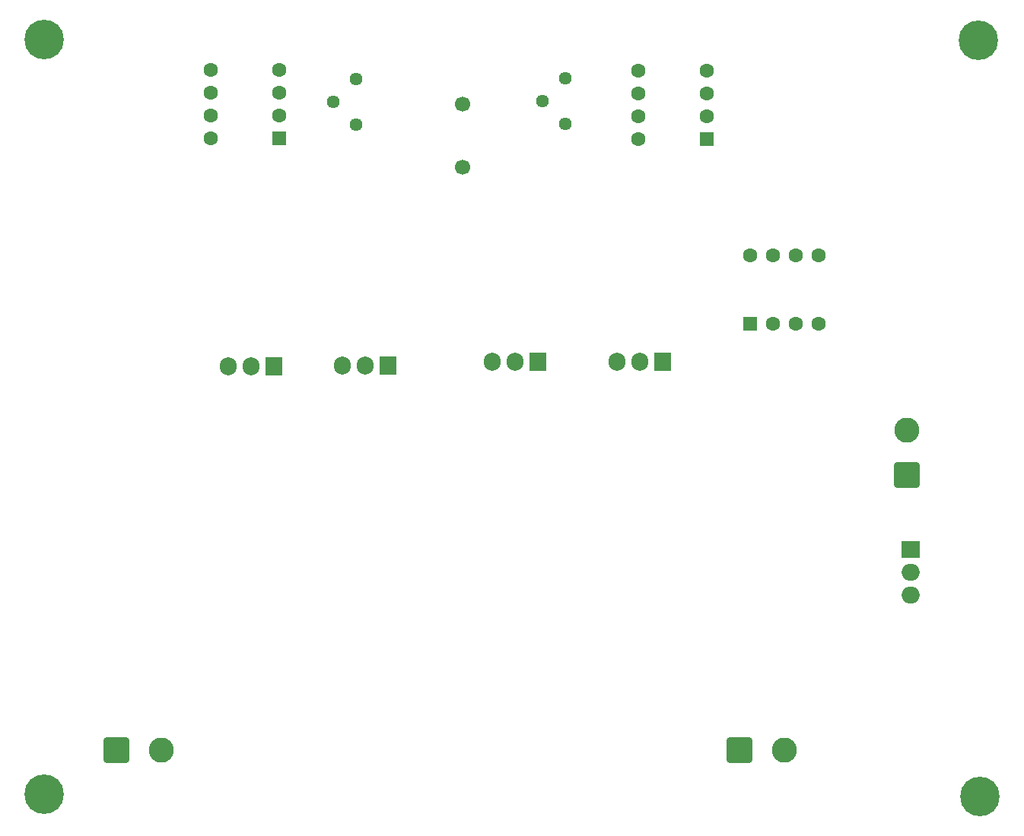
<source format=gbr>
%TF.GenerationSoftware,KiCad,Pcbnew,9.0.4*%
%TF.CreationDate,2025-09-07T12:41:53+05:30*%
%TF.ProjectId,STEREO  CLASS D AMP,53544552-454f-4202-9043-4c4153532044,rev?*%
%TF.SameCoordinates,Original*%
%TF.FileFunction,Soldermask,Bot*%
%TF.FilePolarity,Negative*%
%FSLAX46Y46*%
G04 Gerber Fmt 4.6, Leading zero omitted, Abs format (unit mm)*
G04 Created by KiCad (PCBNEW 9.0.4) date 2025-09-07 12:41:53*
%MOMM*%
%LPD*%
G01*
G04 APERTURE LIST*
G04 Aperture macros list*
%AMRoundRect*
0 Rectangle with rounded corners*
0 $1 Rounding radius*
0 $2 $3 $4 $5 $6 $7 $8 $9 X,Y pos of 4 corners*
0 Add a 4 corners polygon primitive as box body*
4,1,4,$2,$3,$4,$5,$6,$7,$8,$9,$2,$3,0*
0 Add four circle primitives for the rounded corners*
1,1,$1+$1,$2,$3*
1,1,$1+$1,$4,$5*
1,1,$1+$1,$6,$7*
1,1,$1+$1,$8,$9*
0 Add four rect primitives between the rounded corners*
20,1,$1+$1,$2,$3,$4,$5,0*
20,1,$1+$1,$4,$5,$6,$7,0*
20,1,$1+$1,$6,$7,$8,$9,0*
20,1,$1+$1,$8,$9,$2,$3,0*%
G04 Aperture macros list end*
%ADD10C,0.700000*%
%ADD11C,4.400000*%
%ADD12R,1.905000X2.000000*%
%ADD13O,1.905000X2.000000*%
%ADD14RoundRect,0.250001X-1.149999X-1.149999X1.149999X-1.149999X1.149999X1.149999X-1.149999X1.149999X0*%
%ADD15C,2.800000*%
%ADD16C,1.440000*%
%ADD17C,1.700000*%
%ADD18RoundRect,0.250000X0.550000X0.550000X-0.550000X0.550000X-0.550000X-0.550000X0.550000X-0.550000X0*%
%ADD19C,1.600000*%
%ADD20RoundRect,0.250001X1.149999X-1.149999X1.149999X1.149999X-1.149999X1.149999X-1.149999X-1.149999X0*%
%ADD21RoundRect,0.250000X0.550000X-0.550000X0.550000X0.550000X-0.550000X0.550000X-0.550000X-0.550000X0*%
%ADD22R,2.000000X1.905000*%
%ADD23O,2.000000X1.905000*%
G04 APERTURE END LIST*
D10*
%TO.C,REF\u002A\u002A*%
X190426726Y-141806726D03*
X190910000Y-140640000D03*
X190910000Y-142973452D03*
X192076726Y-140156726D03*
D11*
X192076726Y-141806726D03*
D10*
X192076726Y-143456726D03*
X193243452Y-140640000D03*
X193243452Y-142973452D03*
X193726726Y-141806726D03*
%TD*%
%TO.C,REF\u002A\u002A*%
X193550560Y-57543169D03*
X193067286Y-58709895D03*
X193067286Y-56376443D03*
X191900560Y-59193169D03*
D11*
X191900560Y-57543169D03*
D10*
X191900560Y-55893169D03*
X190733834Y-58709895D03*
X190733834Y-56376443D03*
X190250560Y-57543169D03*
%TD*%
%TO.C,REF\u002A\u002A*%
X89591736Y-141570000D03*
X89108462Y-142736726D03*
X89108462Y-140403274D03*
X87941736Y-143220000D03*
D11*
X87941736Y-141570000D03*
D10*
X87941736Y-139920000D03*
X86775010Y-142736726D03*
X86775010Y-140403274D03*
X86291736Y-141570000D03*
%TD*%
%TO.C,REF\u002A\u002A*%
X89561736Y-57521736D03*
X89078462Y-58688462D03*
X89078462Y-56355010D03*
X87911736Y-59171736D03*
D11*
X87911736Y-57521736D03*
D10*
X87911736Y-55871736D03*
X86745010Y-58688462D03*
X86745010Y-56355010D03*
X86261736Y-57521736D03*
%TD*%
D12*
%TO.C,Q4*%
X126211250Y-93800000D03*
D13*
X123671250Y-93800000D03*
X121131250Y-93800000D03*
%TD*%
D14*
%TO.C,J2*%
X165271250Y-136630000D03*
D15*
X170271250Y-136630000D03*
%TD*%
D12*
%TO.C,Q2*%
X142851250Y-93380000D03*
D13*
X140311250Y-93380000D03*
X137771250Y-93380000D03*
%TD*%
D14*
%TO.C,J3*%
X95911250Y-136667500D03*
D15*
X100911250Y-136667500D03*
%TD*%
D12*
%TO.C,Q3*%
X113501250Y-93890000D03*
D13*
X110961250Y-93890000D03*
X108421250Y-93890000D03*
%TD*%
D16*
%TO.C,RV1*%
X145941250Y-61830000D03*
X143401250Y-64370000D03*
X145941250Y-66910000D03*
%TD*%
D17*
%TO.C,J4*%
X134441250Y-64730000D03*
X134441250Y-71730000D03*
%TD*%
D12*
%TO.C,Q1*%
X156731250Y-93380000D03*
D13*
X154191250Y-93380000D03*
X151651250Y-93380000D03*
%TD*%
D16*
%TO.C,RV2*%
X122641250Y-61890000D03*
X120101250Y-64430000D03*
X122641250Y-66970000D03*
%TD*%
D18*
%TO.C,U4*%
X114041250Y-68510000D03*
D19*
X114041250Y-65970000D03*
X114041250Y-63430000D03*
X114041250Y-60890000D03*
X106421250Y-60890000D03*
X106421250Y-63430000D03*
X106421250Y-65970000D03*
X106421250Y-68510000D03*
%TD*%
D20*
%TO.C,J1*%
X183878750Y-105975000D03*
D15*
X183878750Y-100975000D03*
%TD*%
D21*
%TO.C,U2*%
X166461250Y-89150000D03*
D19*
X169001250Y-89150000D03*
X171541250Y-89150000D03*
X174081250Y-89150000D03*
X174081250Y-81530000D03*
X171541250Y-81530000D03*
X169001250Y-81530000D03*
X166461250Y-81530000D03*
%TD*%
D22*
%TO.C,U1*%
X184341250Y-114295000D03*
D23*
X184341250Y-116835000D03*
X184341250Y-119375000D03*
%TD*%
D18*
%TO.C,U3*%
X161621250Y-68550000D03*
D19*
X161621250Y-66010000D03*
X161621250Y-63470000D03*
X161621250Y-60930000D03*
X154001250Y-60930000D03*
X154001250Y-63470000D03*
X154001250Y-66010000D03*
X154001250Y-68550000D03*
%TD*%
M02*

</source>
